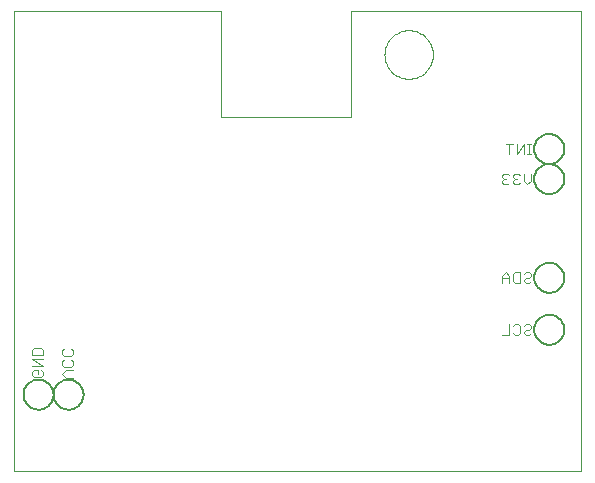
<source format=gbo>
G75*
%MOIN*%
%OFA0B0*%
%FSLAX24Y24*%
%IPPOS*%
%LPD*%
%AMOC8*
5,1,8,0,0,1.08239X$1,22.5*
%
%ADD10C,0.0000*%
%ADD11C,0.0050*%
%ADD12C,0.0030*%
D10*
X000139Y000149D02*
X000139Y015504D01*
X007029Y015504D01*
X007029Y011960D01*
X011360Y011960D01*
X011360Y015504D01*
X019037Y015504D01*
X019037Y000149D01*
X000139Y000149D01*
X012482Y014047D02*
X012484Y014103D01*
X012490Y014159D01*
X012500Y014215D01*
X012513Y014269D01*
X012531Y014323D01*
X012552Y014375D01*
X012576Y014426D01*
X012605Y014475D01*
X012636Y014521D01*
X012671Y014566D01*
X012708Y014608D01*
X012749Y014647D01*
X012792Y014683D01*
X012838Y014716D01*
X012885Y014746D01*
X012935Y014772D01*
X012987Y014795D01*
X013040Y014815D01*
X013094Y014830D01*
X013149Y014842D01*
X013205Y014850D01*
X013261Y014854D01*
X013317Y014854D01*
X013373Y014850D01*
X013429Y014842D01*
X013484Y014830D01*
X013538Y014815D01*
X013591Y014795D01*
X013643Y014772D01*
X013692Y014746D01*
X013740Y014716D01*
X013786Y014683D01*
X013829Y014647D01*
X013870Y014608D01*
X013907Y014566D01*
X013942Y014521D01*
X013973Y014475D01*
X014002Y014426D01*
X014026Y014375D01*
X014047Y014323D01*
X014065Y014269D01*
X014078Y014215D01*
X014088Y014159D01*
X014094Y014103D01*
X014096Y014047D01*
X014094Y013991D01*
X014088Y013935D01*
X014078Y013879D01*
X014065Y013825D01*
X014047Y013771D01*
X014026Y013719D01*
X014002Y013668D01*
X013973Y013619D01*
X013942Y013573D01*
X013907Y013528D01*
X013870Y013486D01*
X013829Y013447D01*
X013786Y013411D01*
X013740Y013378D01*
X013693Y013348D01*
X013643Y013322D01*
X013591Y013299D01*
X013538Y013279D01*
X013484Y013264D01*
X013429Y013252D01*
X013373Y013244D01*
X013317Y013240D01*
X013261Y013240D01*
X013205Y013244D01*
X013149Y013252D01*
X013094Y013264D01*
X013040Y013279D01*
X012987Y013299D01*
X012935Y013322D01*
X012885Y013348D01*
X012838Y013378D01*
X012792Y013411D01*
X012749Y013447D01*
X012708Y013486D01*
X012671Y013528D01*
X012636Y013573D01*
X012605Y013619D01*
X012576Y013668D01*
X012552Y013719D01*
X012531Y013771D01*
X012513Y013825D01*
X012500Y013879D01*
X012490Y013935D01*
X012484Y013991D01*
X012482Y014047D01*
D11*
X017474Y010897D02*
X017476Y010941D01*
X017482Y010985D01*
X017492Y011028D01*
X017505Y011070D01*
X017522Y011111D01*
X017543Y011150D01*
X017567Y011187D01*
X017594Y011222D01*
X017624Y011254D01*
X017657Y011284D01*
X017693Y011310D01*
X017730Y011334D01*
X017770Y011353D01*
X017811Y011370D01*
X017854Y011382D01*
X017897Y011391D01*
X017941Y011396D01*
X017985Y011397D01*
X018029Y011394D01*
X018073Y011387D01*
X018116Y011376D01*
X018158Y011362D01*
X018198Y011344D01*
X018237Y011322D01*
X018273Y011298D01*
X018307Y011270D01*
X018339Y011239D01*
X018368Y011205D01*
X018394Y011169D01*
X018416Y011131D01*
X018435Y011091D01*
X018450Y011049D01*
X018462Y011007D01*
X018470Y010963D01*
X018474Y010919D01*
X018474Y010875D01*
X018470Y010831D01*
X018462Y010787D01*
X018450Y010745D01*
X018435Y010703D01*
X018416Y010663D01*
X018394Y010625D01*
X018368Y010589D01*
X018339Y010555D01*
X018307Y010524D01*
X018273Y010496D01*
X018237Y010472D01*
X018198Y010450D01*
X018158Y010432D01*
X018116Y010418D01*
X018073Y010407D01*
X018029Y010400D01*
X017985Y010397D01*
X017941Y010398D01*
X017897Y010403D01*
X017854Y010412D01*
X017811Y010424D01*
X017770Y010441D01*
X017730Y010460D01*
X017693Y010484D01*
X017657Y010510D01*
X017624Y010540D01*
X017594Y010572D01*
X017567Y010607D01*
X017543Y010644D01*
X017522Y010683D01*
X017505Y010724D01*
X017492Y010766D01*
X017482Y010809D01*
X017476Y010853D01*
X017474Y010897D01*
X017474Y009897D02*
X017476Y009941D01*
X017482Y009985D01*
X017492Y010028D01*
X017505Y010070D01*
X017522Y010111D01*
X017543Y010150D01*
X017567Y010187D01*
X017594Y010222D01*
X017624Y010254D01*
X017657Y010284D01*
X017693Y010310D01*
X017730Y010334D01*
X017770Y010353D01*
X017811Y010370D01*
X017854Y010382D01*
X017897Y010391D01*
X017941Y010396D01*
X017985Y010397D01*
X018029Y010394D01*
X018073Y010387D01*
X018116Y010376D01*
X018158Y010362D01*
X018198Y010344D01*
X018237Y010322D01*
X018273Y010298D01*
X018307Y010270D01*
X018339Y010239D01*
X018368Y010205D01*
X018394Y010169D01*
X018416Y010131D01*
X018435Y010091D01*
X018450Y010049D01*
X018462Y010007D01*
X018470Y009963D01*
X018474Y009919D01*
X018474Y009875D01*
X018470Y009831D01*
X018462Y009787D01*
X018450Y009745D01*
X018435Y009703D01*
X018416Y009663D01*
X018394Y009625D01*
X018368Y009589D01*
X018339Y009555D01*
X018307Y009524D01*
X018273Y009496D01*
X018237Y009472D01*
X018198Y009450D01*
X018158Y009432D01*
X018116Y009418D01*
X018073Y009407D01*
X018029Y009400D01*
X017985Y009397D01*
X017941Y009398D01*
X017897Y009403D01*
X017854Y009412D01*
X017811Y009424D01*
X017770Y009441D01*
X017730Y009460D01*
X017693Y009484D01*
X017657Y009510D01*
X017624Y009540D01*
X017594Y009572D01*
X017567Y009607D01*
X017543Y009644D01*
X017522Y009683D01*
X017505Y009724D01*
X017492Y009766D01*
X017482Y009809D01*
X017476Y009853D01*
X017474Y009897D01*
X017474Y006606D02*
X017476Y006650D01*
X017482Y006694D01*
X017492Y006737D01*
X017505Y006779D01*
X017522Y006820D01*
X017543Y006859D01*
X017567Y006896D01*
X017594Y006931D01*
X017624Y006963D01*
X017657Y006993D01*
X017693Y007019D01*
X017730Y007043D01*
X017770Y007062D01*
X017811Y007079D01*
X017854Y007091D01*
X017897Y007100D01*
X017941Y007105D01*
X017985Y007106D01*
X018029Y007103D01*
X018073Y007096D01*
X018116Y007085D01*
X018158Y007071D01*
X018198Y007053D01*
X018237Y007031D01*
X018273Y007007D01*
X018307Y006979D01*
X018339Y006948D01*
X018368Y006914D01*
X018394Y006878D01*
X018416Y006840D01*
X018435Y006800D01*
X018450Y006758D01*
X018462Y006716D01*
X018470Y006672D01*
X018474Y006628D01*
X018474Y006584D01*
X018470Y006540D01*
X018462Y006496D01*
X018450Y006454D01*
X018435Y006412D01*
X018416Y006372D01*
X018394Y006334D01*
X018368Y006298D01*
X018339Y006264D01*
X018307Y006233D01*
X018273Y006205D01*
X018237Y006181D01*
X018198Y006159D01*
X018158Y006141D01*
X018116Y006127D01*
X018073Y006116D01*
X018029Y006109D01*
X017985Y006106D01*
X017941Y006107D01*
X017897Y006112D01*
X017854Y006121D01*
X017811Y006133D01*
X017770Y006150D01*
X017730Y006169D01*
X017693Y006193D01*
X017657Y006219D01*
X017624Y006249D01*
X017594Y006281D01*
X017567Y006316D01*
X017543Y006353D01*
X017522Y006392D01*
X017505Y006433D01*
X017492Y006475D01*
X017482Y006518D01*
X017476Y006562D01*
X017474Y006606D01*
X017474Y004874D02*
X017476Y004918D01*
X017482Y004962D01*
X017492Y005005D01*
X017505Y005047D01*
X017522Y005088D01*
X017543Y005127D01*
X017567Y005164D01*
X017594Y005199D01*
X017624Y005231D01*
X017657Y005261D01*
X017693Y005287D01*
X017730Y005311D01*
X017770Y005330D01*
X017811Y005347D01*
X017854Y005359D01*
X017897Y005368D01*
X017941Y005373D01*
X017985Y005374D01*
X018029Y005371D01*
X018073Y005364D01*
X018116Y005353D01*
X018158Y005339D01*
X018198Y005321D01*
X018237Y005299D01*
X018273Y005275D01*
X018307Y005247D01*
X018339Y005216D01*
X018368Y005182D01*
X018394Y005146D01*
X018416Y005108D01*
X018435Y005068D01*
X018450Y005026D01*
X018462Y004984D01*
X018470Y004940D01*
X018474Y004896D01*
X018474Y004852D01*
X018470Y004808D01*
X018462Y004764D01*
X018450Y004722D01*
X018435Y004680D01*
X018416Y004640D01*
X018394Y004602D01*
X018368Y004566D01*
X018339Y004532D01*
X018307Y004501D01*
X018273Y004473D01*
X018237Y004449D01*
X018198Y004427D01*
X018158Y004409D01*
X018116Y004395D01*
X018073Y004384D01*
X018029Y004377D01*
X017985Y004374D01*
X017941Y004375D01*
X017897Y004380D01*
X017854Y004389D01*
X017811Y004401D01*
X017770Y004418D01*
X017730Y004437D01*
X017693Y004461D01*
X017657Y004487D01*
X017624Y004517D01*
X017594Y004549D01*
X017567Y004584D01*
X017543Y004621D01*
X017522Y004660D01*
X017505Y004701D01*
X017492Y004743D01*
X017482Y004786D01*
X017476Y004830D01*
X017474Y004874D01*
X001450Y002709D02*
X001452Y002753D01*
X001458Y002797D01*
X001468Y002840D01*
X001481Y002882D01*
X001498Y002923D01*
X001519Y002962D01*
X001543Y002999D01*
X001570Y003034D01*
X001600Y003066D01*
X001633Y003096D01*
X001669Y003122D01*
X001706Y003146D01*
X001746Y003165D01*
X001787Y003182D01*
X001830Y003194D01*
X001873Y003203D01*
X001917Y003208D01*
X001961Y003209D01*
X002005Y003206D01*
X002049Y003199D01*
X002092Y003188D01*
X002134Y003174D01*
X002174Y003156D01*
X002213Y003134D01*
X002249Y003110D01*
X002283Y003082D01*
X002315Y003051D01*
X002344Y003017D01*
X002370Y002981D01*
X002392Y002943D01*
X002411Y002903D01*
X002426Y002861D01*
X002438Y002819D01*
X002446Y002775D01*
X002450Y002731D01*
X002450Y002687D01*
X002446Y002643D01*
X002438Y002599D01*
X002426Y002557D01*
X002411Y002515D01*
X002392Y002475D01*
X002370Y002437D01*
X002344Y002401D01*
X002315Y002367D01*
X002283Y002336D01*
X002249Y002308D01*
X002213Y002284D01*
X002174Y002262D01*
X002134Y002244D01*
X002092Y002230D01*
X002049Y002219D01*
X002005Y002212D01*
X001961Y002209D01*
X001917Y002210D01*
X001873Y002215D01*
X001830Y002224D01*
X001787Y002236D01*
X001746Y002253D01*
X001706Y002272D01*
X001669Y002296D01*
X001633Y002322D01*
X001600Y002352D01*
X001570Y002384D01*
X001543Y002419D01*
X001519Y002456D01*
X001498Y002495D01*
X001481Y002536D01*
X001468Y002578D01*
X001458Y002621D01*
X001452Y002665D01*
X001450Y002709D01*
X000450Y002709D02*
X000452Y002753D01*
X000458Y002797D01*
X000468Y002840D01*
X000481Y002882D01*
X000498Y002923D01*
X000519Y002962D01*
X000543Y002999D01*
X000570Y003034D01*
X000600Y003066D01*
X000633Y003096D01*
X000669Y003122D01*
X000706Y003146D01*
X000746Y003165D01*
X000787Y003182D01*
X000830Y003194D01*
X000873Y003203D01*
X000917Y003208D01*
X000961Y003209D01*
X001005Y003206D01*
X001049Y003199D01*
X001092Y003188D01*
X001134Y003174D01*
X001174Y003156D01*
X001213Y003134D01*
X001249Y003110D01*
X001283Y003082D01*
X001315Y003051D01*
X001344Y003017D01*
X001370Y002981D01*
X001392Y002943D01*
X001411Y002903D01*
X001426Y002861D01*
X001438Y002819D01*
X001446Y002775D01*
X001450Y002731D01*
X001450Y002687D01*
X001446Y002643D01*
X001438Y002599D01*
X001426Y002557D01*
X001411Y002515D01*
X001392Y002475D01*
X001370Y002437D01*
X001344Y002401D01*
X001315Y002367D01*
X001283Y002336D01*
X001249Y002308D01*
X001213Y002284D01*
X001174Y002262D01*
X001134Y002244D01*
X001092Y002230D01*
X001049Y002219D01*
X001005Y002212D01*
X000961Y002209D01*
X000917Y002210D01*
X000873Y002215D01*
X000830Y002224D01*
X000787Y002236D01*
X000746Y002253D01*
X000706Y002272D01*
X000669Y002296D01*
X000633Y002322D01*
X000600Y002352D01*
X000570Y002384D01*
X000543Y002419D01*
X000519Y002456D01*
X000498Y002495D01*
X000481Y002536D01*
X000468Y002578D01*
X000458Y002621D01*
X000452Y002665D01*
X000450Y002709D01*
D12*
X000806Y003290D02*
X000745Y003351D01*
X000745Y003472D01*
X000806Y003533D01*
X000927Y003533D01*
X000927Y003412D01*
X001048Y003533D02*
X001109Y003472D01*
X001109Y003351D01*
X001048Y003290D01*
X000806Y003290D01*
X000745Y003653D02*
X001109Y003653D01*
X000745Y003896D01*
X001109Y003896D01*
X001109Y004015D02*
X000745Y004015D01*
X000745Y004197D01*
X000806Y004258D01*
X001048Y004258D01*
X001109Y004197D01*
X001109Y004015D01*
X001729Y004060D02*
X001729Y004182D01*
X001790Y004242D01*
X002033Y004242D02*
X002093Y004182D01*
X002093Y004060D01*
X002033Y004000D01*
X001790Y004000D01*
X001729Y004060D01*
X001790Y003880D02*
X001729Y003819D01*
X001729Y003698D01*
X001790Y003637D01*
X002033Y003637D01*
X002093Y003698D01*
X002093Y003819D01*
X002033Y003880D01*
X002093Y003517D02*
X001851Y003517D01*
X001729Y003396D01*
X001851Y003275D01*
X002093Y003275D01*
X016401Y004692D02*
X016643Y004692D01*
X016643Y005056D01*
X016763Y004995D02*
X016824Y005056D01*
X016945Y005056D01*
X017006Y004995D01*
X017006Y004753D01*
X016945Y004692D01*
X016824Y004692D01*
X016763Y004753D01*
X017126Y004753D02*
X017186Y004692D01*
X017308Y004692D01*
X017368Y004753D01*
X017308Y004874D02*
X017186Y004874D01*
X017126Y004813D01*
X017126Y004753D01*
X017308Y004874D02*
X017368Y004935D01*
X017368Y004995D01*
X017308Y005056D01*
X017186Y005056D01*
X017126Y004995D01*
X017186Y006424D02*
X017308Y006424D01*
X017368Y006485D01*
X017308Y006606D02*
X017186Y006606D01*
X017126Y006546D01*
X017126Y006485D01*
X017186Y006424D01*
X017006Y006424D02*
X016824Y006424D01*
X016763Y006485D01*
X016763Y006728D01*
X016824Y006788D01*
X017006Y006788D01*
X017006Y006424D01*
X017308Y006606D02*
X017368Y006667D01*
X017368Y006728D01*
X017308Y006788D01*
X017186Y006788D01*
X017126Y006728D01*
X016643Y006667D02*
X016643Y006424D01*
X016643Y006606D02*
X016401Y006606D01*
X016401Y006667D02*
X016401Y006424D01*
X016401Y006667D02*
X016522Y006788D01*
X016643Y006667D01*
X016583Y009716D02*
X016461Y009716D01*
X016401Y009776D01*
X016401Y009837D01*
X016461Y009898D01*
X016522Y009898D01*
X016461Y009898D02*
X016401Y009958D01*
X016401Y010019D01*
X016461Y010080D01*
X016583Y010080D01*
X016643Y010019D01*
X016763Y010019D02*
X016763Y009958D01*
X016824Y009898D01*
X016763Y009837D01*
X016763Y009776D01*
X016824Y009716D01*
X016945Y009716D01*
X017006Y009776D01*
X017126Y009837D02*
X017126Y010080D01*
X017006Y010019D02*
X016945Y010080D01*
X016824Y010080D01*
X016763Y010019D01*
X016824Y009898D02*
X016885Y009898D01*
X017126Y009837D02*
X017247Y009716D01*
X017368Y009837D01*
X017368Y010080D01*
X016643Y009776D02*
X016583Y009716D01*
X016643Y010716D02*
X016643Y011080D01*
X016764Y011080D02*
X016522Y011080D01*
X016884Y011080D02*
X016884Y010716D01*
X017127Y011080D01*
X017127Y010716D01*
X017247Y010716D02*
X017368Y010716D01*
X017308Y010716D02*
X017308Y011080D01*
X017368Y011080D02*
X017247Y011080D01*
M02*

</source>
